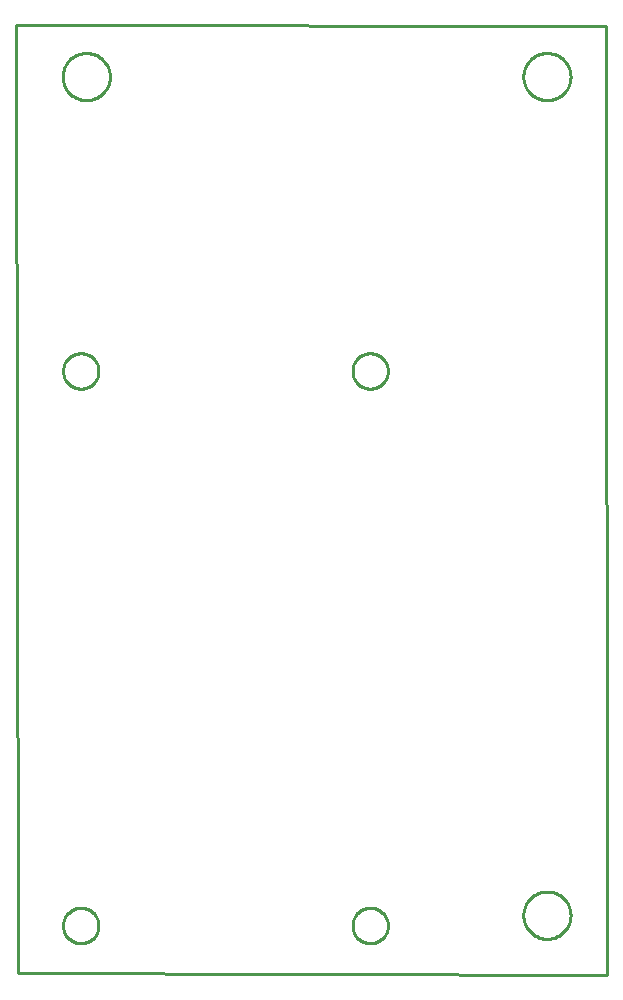
<source format=gbr>
G04 EAGLE Gerber RS-274X export*
G75*
%MOMM*%
%FSLAX34Y34*%
%LPD*%
%IN*%
%IPPOS*%
%AMOC8*
5,1,8,0,0,1.08239X$1,22.5*%
G01*
%ADD10C,0.254000*%


D10*
X-29210Y783970D02*
X-27940Y-19050D01*
X471060Y-20320D01*
X469790Y782700D01*
X-29210Y783970D01*
X50000Y739396D02*
X49927Y738189D01*
X49781Y736989D01*
X49563Y735800D01*
X49274Y734627D01*
X48915Y733473D01*
X48486Y732343D01*
X47990Y731241D01*
X47428Y730170D01*
X46803Y729136D01*
X46116Y728141D01*
X45371Y727190D01*
X44569Y726285D01*
X43715Y725431D01*
X42810Y724629D01*
X41859Y723884D01*
X40864Y723197D01*
X39830Y722572D01*
X38759Y722010D01*
X37657Y721514D01*
X36527Y721085D01*
X35373Y720726D01*
X34200Y720437D01*
X33011Y720219D01*
X31811Y720073D01*
X30604Y720000D01*
X29396Y720000D01*
X28189Y720073D01*
X26989Y720219D01*
X25800Y720437D01*
X24627Y720726D01*
X23473Y721085D01*
X22343Y721514D01*
X21241Y722010D01*
X20170Y722572D01*
X19136Y723197D01*
X18141Y723884D01*
X17190Y724629D01*
X16285Y725431D01*
X15431Y726285D01*
X14629Y727190D01*
X13884Y728141D01*
X13197Y729136D01*
X12572Y730170D01*
X12010Y731241D01*
X11514Y732343D01*
X11085Y733473D01*
X10726Y734627D01*
X10437Y735800D01*
X10219Y736989D01*
X10073Y738189D01*
X10000Y739396D01*
X10000Y740604D01*
X10073Y741811D01*
X10219Y743011D01*
X10437Y744200D01*
X10726Y745373D01*
X11085Y746527D01*
X11514Y747657D01*
X12010Y748759D01*
X12572Y749830D01*
X13197Y750864D01*
X13884Y751859D01*
X14629Y752810D01*
X15431Y753715D01*
X16285Y754569D01*
X17190Y755371D01*
X18141Y756116D01*
X19136Y756803D01*
X20170Y757428D01*
X21241Y757990D01*
X22343Y758486D01*
X23473Y758915D01*
X24627Y759274D01*
X25800Y759563D01*
X26989Y759781D01*
X28189Y759927D01*
X29396Y760000D01*
X30604Y760000D01*
X31811Y759927D01*
X33011Y759781D01*
X34200Y759563D01*
X35373Y759274D01*
X36527Y758915D01*
X37657Y758486D01*
X38759Y757990D01*
X39830Y757428D01*
X40864Y756803D01*
X41859Y756116D01*
X42810Y755371D01*
X43715Y754569D01*
X44569Y753715D01*
X45371Y752810D01*
X46116Y751859D01*
X46803Y750864D01*
X47428Y749830D01*
X47990Y748759D01*
X48486Y747657D01*
X48915Y746527D01*
X49274Y745373D01*
X49563Y744200D01*
X49781Y743011D01*
X49927Y741811D01*
X50000Y740604D01*
X50000Y739396D01*
X440000Y739396D02*
X439927Y738189D01*
X439781Y736989D01*
X439563Y735800D01*
X439274Y734627D01*
X438915Y733473D01*
X438486Y732343D01*
X437990Y731241D01*
X437428Y730170D01*
X436803Y729136D01*
X436116Y728141D01*
X435371Y727190D01*
X434569Y726285D01*
X433715Y725431D01*
X432810Y724629D01*
X431859Y723884D01*
X430864Y723197D01*
X429830Y722572D01*
X428759Y722010D01*
X427657Y721514D01*
X426527Y721085D01*
X425373Y720726D01*
X424200Y720437D01*
X423011Y720219D01*
X421811Y720073D01*
X420604Y720000D01*
X419396Y720000D01*
X418189Y720073D01*
X416989Y720219D01*
X415800Y720437D01*
X414627Y720726D01*
X413473Y721085D01*
X412343Y721514D01*
X411241Y722010D01*
X410170Y722572D01*
X409136Y723197D01*
X408141Y723884D01*
X407190Y724629D01*
X406285Y725431D01*
X405431Y726285D01*
X404629Y727190D01*
X403884Y728141D01*
X403197Y729136D01*
X402572Y730170D01*
X402010Y731241D01*
X401514Y732343D01*
X401085Y733473D01*
X400726Y734627D01*
X400437Y735800D01*
X400219Y736989D01*
X400073Y738189D01*
X400000Y739396D01*
X400000Y740604D01*
X400073Y741811D01*
X400219Y743011D01*
X400437Y744200D01*
X400726Y745373D01*
X401085Y746527D01*
X401514Y747657D01*
X402010Y748759D01*
X402572Y749830D01*
X403197Y750864D01*
X403884Y751859D01*
X404629Y752810D01*
X405431Y753715D01*
X406285Y754569D01*
X407190Y755371D01*
X408141Y756116D01*
X409136Y756803D01*
X410170Y757428D01*
X411241Y757990D01*
X412343Y758486D01*
X413473Y758915D01*
X414627Y759274D01*
X415800Y759563D01*
X416989Y759781D01*
X418189Y759927D01*
X419396Y760000D01*
X420604Y760000D01*
X421811Y759927D01*
X423011Y759781D01*
X424200Y759563D01*
X425373Y759274D01*
X426527Y758915D01*
X427657Y758486D01*
X428759Y757990D01*
X429830Y757428D01*
X430864Y756803D01*
X431859Y756116D01*
X432810Y755371D01*
X433715Y754569D01*
X434569Y753715D01*
X435371Y752810D01*
X436116Y751859D01*
X436803Y750864D01*
X437428Y749830D01*
X437990Y748759D01*
X438486Y747657D01*
X438915Y746527D01*
X439274Y745373D01*
X439563Y744200D01*
X439781Y743011D01*
X439927Y741811D01*
X440000Y740604D01*
X440000Y739396D01*
X440000Y29396D02*
X439927Y28189D01*
X439781Y26989D01*
X439563Y25800D01*
X439274Y24627D01*
X438915Y23473D01*
X438486Y22343D01*
X437990Y21241D01*
X437428Y20170D01*
X436803Y19136D01*
X436116Y18141D01*
X435371Y17190D01*
X434569Y16285D01*
X433715Y15431D01*
X432810Y14629D01*
X431859Y13884D01*
X430864Y13197D01*
X429830Y12572D01*
X428759Y12010D01*
X427657Y11514D01*
X426527Y11085D01*
X425373Y10726D01*
X424200Y10437D01*
X423011Y10219D01*
X421811Y10073D01*
X420604Y10000D01*
X419396Y10000D01*
X418189Y10073D01*
X416989Y10219D01*
X415800Y10437D01*
X414627Y10726D01*
X413473Y11085D01*
X412343Y11514D01*
X411241Y12010D01*
X410170Y12572D01*
X409136Y13197D01*
X408141Y13884D01*
X407190Y14629D01*
X406285Y15431D01*
X405431Y16285D01*
X404629Y17190D01*
X403884Y18141D01*
X403197Y19136D01*
X402572Y20170D01*
X402010Y21241D01*
X401514Y22343D01*
X401085Y23473D01*
X400726Y24627D01*
X400437Y25800D01*
X400219Y26989D01*
X400073Y28189D01*
X400000Y29396D01*
X400000Y30604D01*
X400073Y31811D01*
X400219Y33011D01*
X400437Y34200D01*
X400726Y35373D01*
X401085Y36527D01*
X401514Y37657D01*
X402010Y38759D01*
X402572Y39830D01*
X403197Y40864D01*
X403884Y41859D01*
X404629Y42810D01*
X405431Y43715D01*
X406285Y44569D01*
X407190Y45371D01*
X408141Y46116D01*
X409136Y46803D01*
X410170Y47428D01*
X411241Y47990D01*
X412343Y48486D01*
X413473Y48915D01*
X414627Y49274D01*
X415800Y49563D01*
X416989Y49781D01*
X418189Y49927D01*
X419396Y50000D01*
X420604Y50000D01*
X421811Y49927D01*
X423011Y49781D01*
X424200Y49563D01*
X425373Y49274D01*
X426527Y48915D01*
X427657Y48486D01*
X428759Y47990D01*
X429830Y47428D01*
X430864Y46803D01*
X431859Y46116D01*
X432810Y45371D01*
X433715Y44569D01*
X434569Y43715D01*
X435371Y42810D01*
X436116Y41859D01*
X436803Y40864D01*
X437428Y39830D01*
X437990Y38759D01*
X438486Y37657D01*
X438915Y36527D01*
X439274Y35373D01*
X439563Y34200D01*
X439781Y33011D01*
X439927Y31811D01*
X440000Y30604D01*
X440000Y29396D01*
X255400Y491286D02*
X255476Y492354D01*
X255629Y493415D01*
X255857Y494462D01*
X256159Y495490D01*
X256533Y496494D01*
X256978Y497469D01*
X257492Y498409D01*
X258071Y499310D01*
X258713Y500168D01*
X259415Y500978D01*
X260172Y501735D01*
X260982Y502437D01*
X261840Y503079D01*
X262741Y503658D01*
X263681Y504172D01*
X264656Y504617D01*
X265660Y504991D01*
X266688Y505293D01*
X267735Y505521D01*
X268796Y505674D01*
X269864Y505750D01*
X270936Y505750D01*
X272004Y505674D01*
X273065Y505521D01*
X274112Y505293D01*
X275140Y504991D01*
X276144Y504617D01*
X277119Y504172D01*
X278059Y503658D01*
X278960Y503079D01*
X279818Y502437D01*
X280628Y501735D01*
X281385Y500978D01*
X282087Y500168D01*
X282729Y499310D01*
X283308Y498409D01*
X283822Y497469D01*
X284267Y496494D01*
X284641Y495490D01*
X284943Y494462D01*
X285171Y493415D01*
X285324Y492354D01*
X285400Y491286D01*
X285400Y490214D01*
X285324Y489146D01*
X285171Y488085D01*
X284943Y487038D01*
X284641Y486010D01*
X284267Y485006D01*
X283822Y484031D01*
X283308Y483091D01*
X282729Y482190D01*
X282087Y481332D01*
X281385Y480522D01*
X280628Y479765D01*
X279818Y479063D01*
X278960Y478421D01*
X278059Y477842D01*
X277119Y477328D01*
X276144Y476883D01*
X275140Y476509D01*
X274112Y476207D01*
X273065Y475979D01*
X272004Y475826D01*
X270936Y475750D01*
X269864Y475750D01*
X268796Y475826D01*
X267735Y475979D01*
X266688Y476207D01*
X265660Y476509D01*
X264656Y476883D01*
X263681Y477328D01*
X262741Y477842D01*
X261840Y478421D01*
X260982Y479063D01*
X260172Y479765D01*
X259415Y480522D01*
X258713Y481332D01*
X258071Y482190D01*
X257492Y483091D01*
X256978Y484031D01*
X256533Y485006D01*
X256159Y486010D01*
X255857Y487038D01*
X255629Y488085D01*
X255476Y489146D01*
X255400Y490214D01*
X255400Y491286D01*
X10300Y491286D02*
X10376Y492354D01*
X10529Y493415D01*
X10757Y494462D01*
X11059Y495490D01*
X11433Y496494D01*
X11878Y497469D01*
X12392Y498409D01*
X12971Y499310D01*
X13613Y500168D01*
X14315Y500978D01*
X15072Y501735D01*
X15882Y502437D01*
X16740Y503079D01*
X17641Y503658D01*
X18581Y504172D01*
X19556Y504617D01*
X20560Y504991D01*
X21588Y505293D01*
X22635Y505521D01*
X23696Y505674D01*
X24764Y505750D01*
X25836Y505750D01*
X26904Y505674D01*
X27965Y505521D01*
X29012Y505293D01*
X30040Y504991D01*
X31044Y504617D01*
X32019Y504172D01*
X32959Y503658D01*
X33860Y503079D01*
X34718Y502437D01*
X35528Y501735D01*
X36285Y500978D01*
X36987Y500168D01*
X37629Y499310D01*
X38208Y498409D01*
X38722Y497469D01*
X39167Y496494D01*
X39541Y495490D01*
X39843Y494462D01*
X40071Y493415D01*
X40224Y492354D01*
X40300Y491286D01*
X40300Y490214D01*
X40224Y489146D01*
X40071Y488085D01*
X39843Y487038D01*
X39541Y486010D01*
X39167Y485006D01*
X38722Y484031D01*
X38208Y483091D01*
X37629Y482190D01*
X36987Y481332D01*
X36285Y480522D01*
X35528Y479765D01*
X34718Y479063D01*
X33860Y478421D01*
X32959Y477842D01*
X32019Y477328D01*
X31044Y476883D01*
X30040Y476509D01*
X29012Y476207D01*
X27965Y475979D01*
X26904Y475826D01*
X25836Y475750D01*
X24764Y475750D01*
X23696Y475826D01*
X22635Y475979D01*
X21588Y476207D01*
X20560Y476509D01*
X19556Y476883D01*
X18581Y477328D01*
X17641Y477842D01*
X16740Y478421D01*
X15882Y479063D01*
X15072Y479765D01*
X14315Y480522D01*
X13613Y481332D01*
X12971Y482190D01*
X12392Y483091D01*
X11878Y484031D01*
X11433Y485006D01*
X11059Y486010D01*
X10757Y487038D01*
X10529Y488085D01*
X10376Y489146D01*
X10300Y490214D01*
X10300Y491286D01*
X10300Y21786D02*
X10376Y22854D01*
X10529Y23915D01*
X10757Y24962D01*
X11059Y25990D01*
X11433Y26994D01*
X11878Y27969D01*
X12392Y28909D01*
X12971Y29810D01*
X13613Y30668D01*
X14315Y31478D01*
X15072Y32235D01*
X15882Y32937D01*
X16740Y33579D01*
X17641Y34158D01*
X18581Y34672D01*
X19556Y35117D01*
X20560Y35491D01*
X21588Y35793D01*
X22635Y36021D01*
X23696Y36174D01*
X24764Y36250D01*
X25836Y36250D01*
X26904Y36174D01*
X27965Y36021D01*
X29012Y35793D01*
X30040Y35491D01*
X31044Y35117D01*
X32019Y34672D01*
X32959Y34158D01*
X33860Y33579D01*
X34718Y32937D01*
X35528Y32235D01*
X36285Y31478D01*
X36987Y30668D01*
X37629Y29810D01*
X38208Y28909D01*
X38722Y27969D01*
X39167Y26994D01*
X39541Y25990D01*
X39843Y24962D01*
X40071Y23915D01*
X40224Y22854D01*
X40300Y21786D01*
X40300Y20714D01*
X40224Y19646D01*
X40071Y18585D01*
X39843Y17538D01*
X39541Y16510D01*
X39167Y15506D01*
X38722Y14531D01*
X38208Y13591D01*
X37629Y12690D01*
X36987Y11832D01*
X36285Y11022D01*
X35528Y10265D01*
X34718Y9563D01*
X33860Y8921D01*
X32959Y8342D01*
X32019Y7828D01*
X31044Y7383D01*
X30040Y7009D01*
X29012Y6707D01*
X27965Y6479D01*
X26904Y6326D01*
X25836Y6250D01*
X24764Y6250D01*
X23696Y6326D01*
X22635Y6479D01*
X21588Y6707D01*
X20560Y7009D01*
X19556Y7383D01*
X18581Y7828D01*
X17641Y8342D01*
X16740Y8921D01*
X15882Y9563D01*
X15072Y10265D01*
X14315Y11022D01*
X13613Y11832D01*
X12971Y12690D01*
X12392Y13591D01*
X11878Y14531D01*
X11433Y15506D01*
X11059Y16510D01*
X10757Y17538D01*
X10529Y18585D01*
X10376Y19646D01*
X10300Y20714D01*
X10300Y21786D01*
X255400Y21786D02*
X255476Y22854D01*
X255629Y23915D01*
X255857Y24962D01*
X256159Y25990D01*
X256533Y26994D01*
X256978Y27969D01*
X257492Y28909D01*
X258071Y29810D01*
X258713Y30668D01*
X259415Y31478D01*
X260172Y32235D01*
X260982Y32937D01*
X261840Y33579D01*
X262741Y34158D01*
X263681Y34672D01*
X264656Y35117D01*
X265660Y35491D01*
X266688Y35793D01*
X267735Y36021D01*
X268796Y36174D01*
X269864Y36250D01*
X270936Y36250D01*
X272004Y36174D01*
X273065Y36021D01*
X274112Y35793D01*
X275140Y35491D01*
X276144Y35117D01*
X277119Y34672D01*
X278059Y34158D01*
X278960Y33579D01*
X279818Y32937D01*
X280628Y32235D01*
X281385Y31478D01*
X282087Y30668D01*
X282729Y29810D01*
X283308Y28909D01*
X283822Y27969D01*
X284267Y26994D01*
X284641Y25990D01*
X284943Y24962D01*
X285171Y23915D01*
X285324Y22854D01*
X285400Y21786D01*
X285400Y20714D01*
X285324Y19646D01*
X285171Y18585D01*
X284943Y17538D01*
X284641Y16510D01*
X284267Y15506D01*
X283822Y14531D01*
X283308Y13591D01*
X282729Y12690D01*
X282087Y11832D01*
X281385Y11022D01*
X280628Y10265D01*
X279818Y9563D01*
X278960Y8921D01*
X278059Y8342D01*
X277119Y7828D01*
X276144Y7383D01*
X275140Y7009D01*
X274112Y6707D01*
X273065Y6479D01*
X272004Y6326D01*
X270936Y6250D01*
X269864Y6250D01*
X268796Y6326D01*
X267735Y6479D01*
X266688Y6707D01*
X265660Y7009D01*
X264656Y7383D01*
X263681Y7828D01*
X262741Y8342D01*
X261840Y8921D01*
X260982Y9563D01*
X260172Y10265D01*
X259415Y11022D01*
X258713Y11832D01*
X258071Y12690D01*
X257492Y13591D01*
X256978Y14531D01*
X256533Y15506D01*
X256159Y16510D01*
X255857Y17538D01*
X255629Y18585D01*
X255476Y19646D01*
X255400Y20714D01*
X255400Y21786D01*
M02*

</source>
